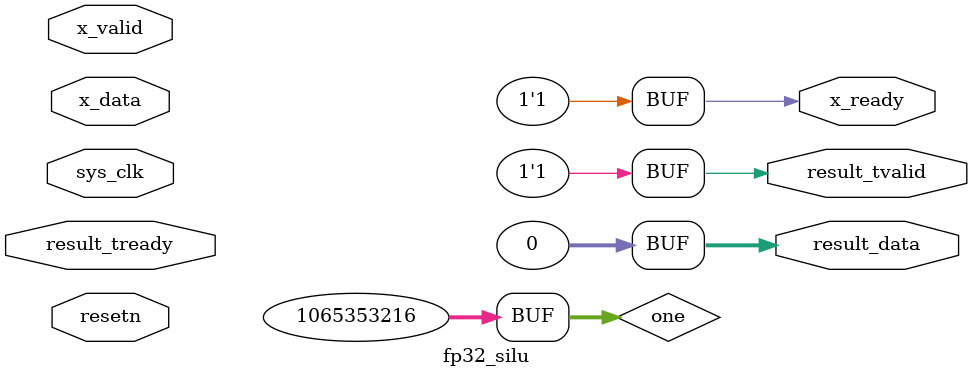
<source format=sv>
module fp32_silu (
    input  logic        sys_clk,
    input  logic        resetn,
    input  logic [31:0] x_data, 
    input  logic        x_valid, 
    output logic        x_ready, 


    output logic [31:0] result_data,
    output logic        result_tvalid,
    input  logic        result_tready

);

    // ========================================
    logic        fp_add_ready;
    logic        exp_valid;


    logic [31:0] exp;
    logic [31:0] denom;
    logic [31:0] one = 32'h3F800000; // 1.0 in IEEE 754 floating-point representation

    // ========================================


    assign x_ready = 1'b1;
    assign result_tvalid = 1'b1;
    assign result_data = 0;


    // e^-x 
    fp32_exp exp_i (
      .aclk                 (aclk),                                 
      .s_axis_a_tvalid      (x_valid),          
      .s_axis_a_tready      (x_ready),          
      .s_axis_a_tdata       (-x_data),             
      .m_axis_result_tvalid (m_axis_result_tvalid), 
      .m_axis_result_tready (m_axis_result_tready), 
      .m_axis_result_tdata  (exp_result_data)   
    );

    //1 + e^-x
    fp_add adder_i (
      .in1            (one),
      .in2            (exp_result),
      .res            (fp_add_result_comb)
    );


    //Buffer here?



    //x / (1 + e^-x)
    fp32_divider div_i (
      .aclk(aclk),                                  
      .s_axis_a_tvalid      (exp_result_tvalid),         
      .s_axis_a_tready      (exp_result_tready),
      .s_axis_a_tdata       (fp_add_result_data),

      .s_axis_b_tvalid      (in_valid),   
      .s_axis_b_tready      (in_ready),   
      .s_axis_b_tdata       (in_data),

      .m_axis_result_tvalid (result_valid),
      .m_axis_result_tready (result_ready),
      .m_axis_result_tdata  (result_data) 
    );

    fp32_divider your_instance_name (
  .aclk(aclk),                                  // input wire aclk
  .s_axis_a_tvalid(s_axis_a_tvalid),            // input wire s_axis_a_tvalid
  .s_axis_a_tready(s_axis_a_tready),            // output wire s_axis_a_tready
  .s_axis_a_tdata(s_axis_a_tdata),              // input wire [31 : 0] s_axis_a_tdata
  .s_axis_b_tvalid(s_axis_b_tvalid),            // input wire s_axis_b_tvalid
  .s_axis_b_tready(s_axis_b_tready),            // output wire s_axis_b_tready
  .s_axis_b_tdata(s_axis_b_tdata),              // input wire [31 : 0] s_axis_b_tdata
  .m_axis_result_tvalid(m_axis_result_tvalid),  // output wire m_axis_result_tvalid
  .m_axis_result_tready(m_axis_result_tready),  // input wire m_axis_result_tready
  .m_axis_result_tdata(m_axis_result_tdata)    // output wire [31 : 0] m_axis_result_tdata
);




endmodule



</source>
